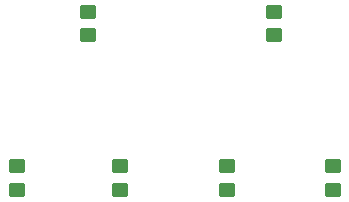
<source format=gbr>
%TF.GenerationSoftware,KiCad,Pcbnew,8.0.4*%
%TF.CreationDate,2024-08-04T23:06:54+09:00*%
%TF.ProjectId,sdvx,73647678-2e6b-4696-9361-645f70636258,rev?*%
%TF.SameCoordinates,Original*%
%TF.FileFunction,Paste,Top*%
%TF.FilePolarity,Positive*%
%FSLAX46Y46*%
G04 Gerber Fmt 4.6, Leading zero omitted, Abs format (unit mm)*
G04 Created by KiCad (PCBNEW 8.0.4) date 2024-08-04 23:06:54*
%MOMM*%
%LPD*%
G01*
G04 APERTURE LIST*
G04 Aperture macros list*
%AMRoundRect*
0 Rectangle with rounded corners*
0 $1 Rounding radius*
0 $2 $3 $4 $5 $6 $7 $8 $9 X,Y pos of 4 corners*
0 Add a 4 corners polygon primitive as box body*
4,1,4,$2,$3,$4,$5,$6,$7,$8,$9,$2,$3,0*
0 Add four circle primitives for the rounded corners*
1,1,$1+$1,$2,$3*
1,1,$1+$1,$4,$5*
1,1,$1+$1,$6,$7*
1,1,$1+$1,$8,$9*
0 Add four rect primitives between the rounded corners*
20,1,$1+$1,$2,$3,$4,$5,0*
20,1,$1+$1,$4,$5,$6,$7,0*
20,1,$1+$1,$6,$7,$8,$9,0*
20,1,$1+$1,$8,$9,$2,$3,0*%
G04 Aperture macros list end*
%ADD10RoundRect,0.250000X0.450000X-0.350000X0.450000X0.350000X-0.450000X0.350000X-0.450000X-0.350000X0*%
G04 APERTURE END LIST*
D10*
%TO.C,R3*%
X151000000Y-75525000D03*
X151000000Y-73525000D03*
%TD*%
%TO.C,R6*%
X156000000Y-88645000D03*
X156000000Y-86645000D03*
%TD*%
%TO.C,R2*%
X135250000Y-75525000D03*
X135250000Y-73525000D03*
%TD*%
%TO.C,R1*%
X129220000Y-88645000D03*
X129220000Y-86645000D03*
%TD*%
%TO.C,R4*%
X138000000Y-88645000D03*
X138000000Y-86645000D03*
%TD*%
%TO.C,R5*%
X147000000Y-88645000D03*
X147000000Y-86645000D03*
%TD*%
M02*

</source>
